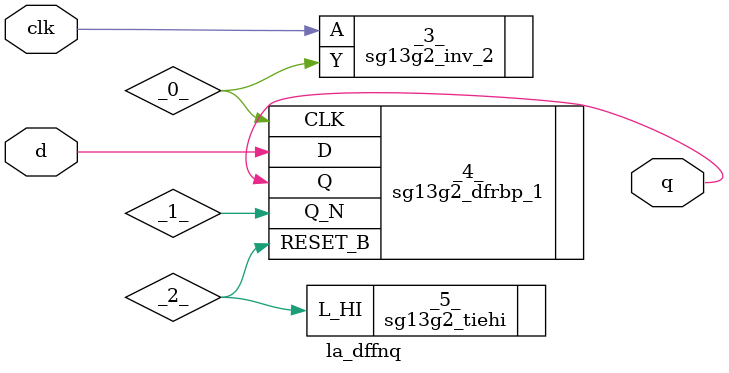
<source format=v>

/* Generated by Yosys 0.44 (git sha1 80ba43d26, g++ 11.4.0-1ubuntu1~22.04 -fPIC -O3) */

(* top =  1  *)
(* src = "inputs/la_dffnq.v:10.1-20.10" *)
module la_dffnq (
    d,
    clk,
    q
);
  wire _0_;
  (* unused_bits = "0" *)
  wire _1_;
  wire _2_;
  (* src = "inputs/la_dffnq.v:14.16-14.19" *)
  input clk;
  wire clk;
  (* src = "inputs/la_dffnq.v:13.16-13.17" *)
  input d;
  wire d;
  (* src = "inputs/la_dffnq.v:15.16-15.17" *)
  output q;
  wire q;
  sg13g2_inv_2 _3_ (
      .A(clk),
      .Y(_0_)
  );
  (* src = "inputs/la_dffnq.v:18.5-18.34" *)
  sg13g2_dfrbp_1 _4_ (
      .CLK(_0_),
      .D(d),
      .Q(q),
      .Q_N(_1_),
      .RESET_B(_2_)
  );
  sg13g2_tiehi _5_ (.L_HI(_2_));
endmodule

</source>
